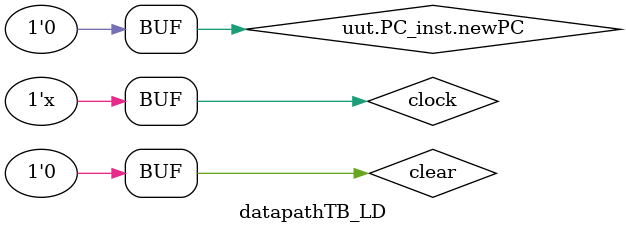
<source format=v>
/* TO DO:
	Fix T6 so that signals are actually driven for Read and MDRin
*/
`timescale 1ns/1ps

module datapathTB_LD;

    // Clock and Reset
    reg clock;
    reg clear;
    reg PCout, Zhighout, Zlowout, MDRout; 
    reg MARin, PCin, MDRin, IRin, Yin, Zin;
    reg IncPC, Read, Write;
    reg Gra, Grb, Grc, BAout;
    reg [4:0] opcode;
    reg HIin, LOin, ZHighIn, ZLowIn;
    reg [8:0] Address;    
    reg [31:0] Mdatain;     
	 reg Rout, Rin;
	 reg Cout, HIout, LOout, Yout, InPortout;
	 reg CONin;
	 reg [31:0] external_input;
	 reg OutPortin;

    // OUTPUTS FROM DataPath (wires)
    wire R0out, R1out, R2out, R3out, R4out, R5out, R6out, R7out;
    wire R8out, R9out, R10out, R11out, R12out, R13out, R14out, R15out;
	 wire CON_out;
	 wire [31:0] external_output;
	 
	 parameter Default = 4'b0000, T0 = 4'b0111, T1 = 4'b1000, T2 = 4'b1001, T3 = 4'b1010, T4 = 4'b1011, T5 = 4'b1100, T6 = 4'b1101, T7 = 4'b1110;
    
	 reg [3:0] Present_state = Default;
	 
    // Instantiate DataPath
    DataPath uut (
        .clock(clock),
        .clear(clear),
        .PCout(PCout), 
        .Zhighout(Zhighout), 
        .Zlowout(Zlowout), 
        .MDRout(MDRout),
        .MARin(MARin), 
        .Rin(Rin),
        .PCin(PCin), 
        .MDRin(MDRin), 
        .IRin(IRin), 
        .Yin(Yin),
        .IncPC(IncPC), 
        .Read(Read), 
        .Write(Write),
        .Gra(Gra), 
        .Grb(Grb), 
        .Grc(Grc),
        .opcode(opcode),
        .HIin(HIin), 
        .LOin(LOin), 
        .ZHighIn(ZHighIn), 
        .ZLowIn(ZLowIn), 
        .Address(Address),
        .Mdatain(Mdatain),
        .BAout(BAout),
        .R0out(R0out), 
        .R1out(R1out), 
        .R2out(R2out), 
        .R3out(R3out),
        .R4out(R4out), 
        .R5out(R5out), 
        .R6out(R6out), 
        .R7out(R7out),
        .R8out(R8out), 
        .R9out(R9out), 
        .R10out(R10out), 
        .R11out(R11out),
        .R12out(R12out), 
        .R13out(R13out), 
        .R14out(R14out), 
        .R15out(R15out),
        .HIout(HIout), 
        .LOout(LOout),
        .Yout(Yout), 
        .InPortout(InPortout), 
        .Cout(Cout),   // Fixed naming (was CSignOut)
        .Rout(Rout),    // Added Rout
		  .CONin(CONin),
		  .InPortData(external_input),  // Input data to InPort
		  .OutPortData(external_output), // Output data from OutPort
        .OutPortin(OutPortin)        // Control signal for writing output
    );

    
   initial begin
      clock = 0;
		clear = 0;
		// Case 1 
		//uut.PC_inst.newPC = 32'h00;
		// Case 2 
		uut.PC_inst.newPC = 32'h02;
		//uut.r2.BusMuxIn = 32'h78;
   end
	 
	always 
		#10  clock <= ~clock;
		
	always @(posedge clock) begin
    case (Present_state)
        Default: Present_state <= T0;
        T0:      Present_state <= T1;
        T1:      Present_state <= T2;
        T2:      Present_state <= T3;
        T3:      Present_state <= T4;
        T4:      Present_state <= T5;
        T5:      Present_state <= T6;
        T6:      Present_state <= T7;
        T7:      Present_state <= Default; // Reset or stop
		endcase
	end 
	
	always @(Present_state) begin
			case (Present_state)
				Default: begin
                PCout <= 0;         Zhighout <= 0;      Zlowout <= 0;      MDRout <= 0;
                MARin <= 0;         PCin <= 0;          MDRin <= 0;        IRin <= 0;          Yin <= 0;
                IncPC <= 0;         Read <= 0;          Write <= 0;
                Gra <= 0;           Grb <= 0;           Grc <= 0;          opcode <= 0;
                HIin <= 0;          LOin <= 0;          ZHighIn <= 0;      ZLowIn <= 0; 
                Address <= 9'h0;    Mdatain <= 32'h0;
                Cout <= 0; 
					 CONin <= 0;
            end
				
			T0: begin 
                    MARin <= 1;     IncPC <= 1; PCout <= 1; ZLowIn <= 1; 
 
            end

			T1: begin 
					     MARin <= 0;     IncPC <= 0; PCout <= 0; ZLowIn <= 0;  
						  Zlowout <= 1; PCin <= 1; Read <= 1; MDRin <= 1;
            end

			T2: begin 
						  Zlowout <= 0; PCin <= 0; Read <= 0; MDRin <= 0;
                    MDRout <= 1;    IRin <= 1; 
            end

			  T3: begin 
			  			  MDRout <= 0;     		 IRin <= 0;
                    Grb <= 1;           BAout <= 1;      	Yin <= 1;						
            end

			  T4: begin 
			          Grb <= 0;         		 BAout <= 0;       	Yin <= 0;
                   Cout <= 1;          opcode <= 5'b00011;   	ZLowIn <= 1;
            end

			  T5: begin 
			  			 Cout <= 0;          ZLowIn <= 0;
                   Zlowout <= 1;       MARin <= 1; 
            end

			  T6: begin
			  			 Zlowout <= 0;       MARin <= 0;
						 Read <= 1;				MDRin <= 1;
                   	 
            end

			  T7: begin 
				    Read <= 0;				MDRin <= 0;
					 MDRout <= 1;        Gra <= 1;		Rin <= 1;	
                
            end
		endcase
	end

endmodule
</source>
